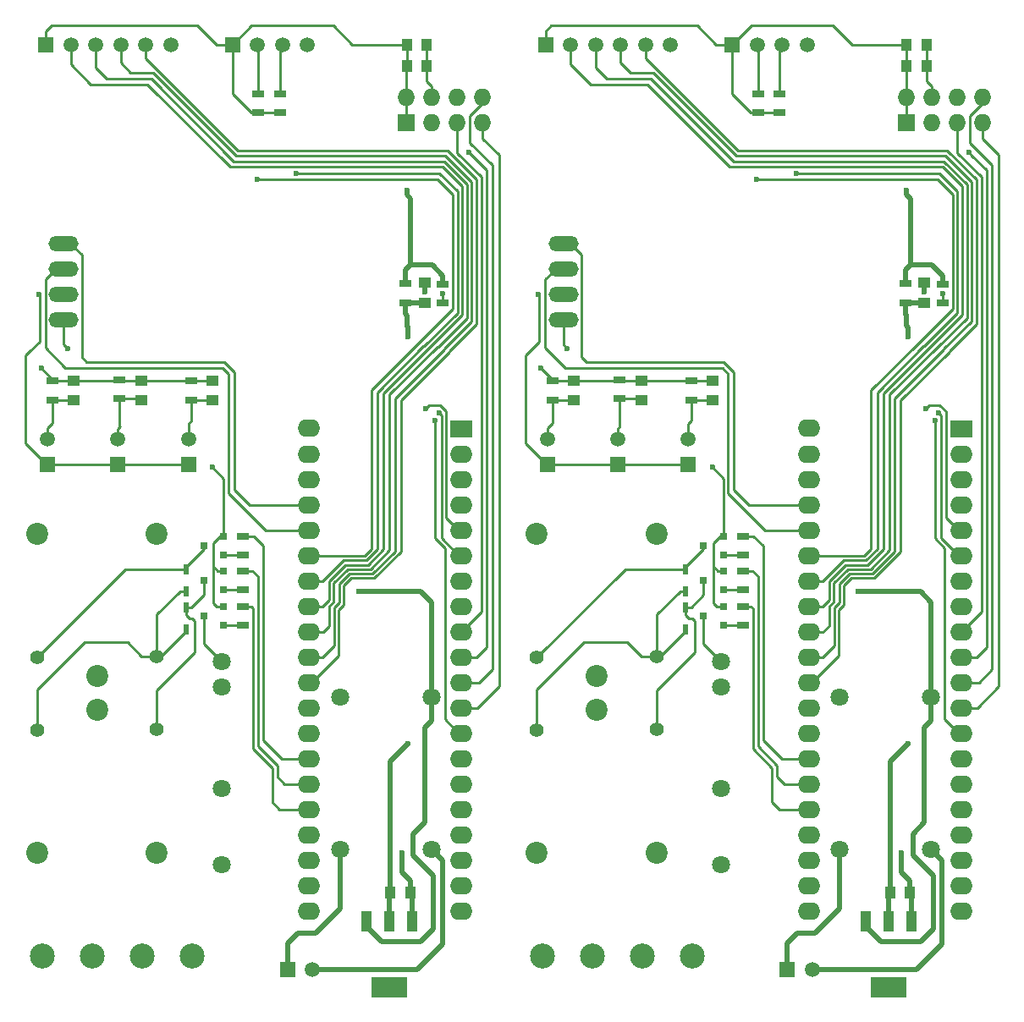
<source format=gtl>
G04 #@! TF.FileFunction,Copper,L1,Top,Signal*
%FSLAX46Y46*%
G04 Gerber Fmt 4.6, Leading zero omitted, Abs format (unit mm)*
G04 Created by KiCad (PCBNEW 4.0.2-stable) date 12/4/2017 4:20:53 PM*
%MOMM*%
G01*
G04 APERTURE LIST*
%ADD10C,0.100000*%
%ADD11R,2.250000X1.727200*%
%ADD12O,2.250000X1.727200*%
%ADD13O,3.000000X1.500000*%
%ADD14C,2.200000*%
%ADD15C,1.400000*%
%ADD16R,0.800100X0.800100*%
%ADD17R,0.599440X1.000760*%
%ADD18R,1.727200X1.727200*%
%ADD19O,1.727200X1.727200*%
%ADD20R,1.250000X1.000000*%
%ADD21R,1.300000X0.700000*%
%ADD22R,1.000000X1.250000*%
%ADD23R,1.500000X1.500000*%
%ADD24C,1.500000*%
%ADD25C,2.500000*%
%ADD26R,3.657600X2.032000*%
%ADD27R,1.016000X2.032000*%
%ADD28C,1.800000*%
%ADD29C,0.600000*%
%ADD30C,0.500000*%
%ADD31C,0.250000*%
G04 APERTURE END LIST*
D10*
D11*
X169900000Y-82649200D03*
D12*
X169900000Y-85189200D03*
X169900000Y-87729200D03*
X169900000Y-90269200D03*
X169900000Y-92809200D03*
X169900000Y-95349200D03*
X169900000Y-97889200D03*
X169900000Y-100429200D03*
X169900000Y-102969200D03*
X169900000Y-105509200D03*
X169900000Y-108049200D03*
X169900000Y-110589200D03*
X169900000Y-113129200D03*
X169900000Y-115669200D03*
X169900000Y-118209200D03*
X169900000Y-120749200D03*
X169900000Y-123289200D03*
X169900000Y-125829200D03*
X169900000Y-128369200D03*
X169900000Y-130909200D03*
X154660000Y-130909200D03*
X154660000Y-128369200D03*
X154660000Y-125829200D03*
X154660000Y-123289200D03*
X154660000Y-120749200D03*
X154660000Y-118209200D03*
X154660000Y-115669200D03*
X154660000Y-113129200D03*
X154660000Y-110589200D03*
X154660000Y-108049200D03*
X154660000Y-105509200D03*
X154660000Y-102969200D03*
X154660000Y-100429200D03*
X154660000Y-97889200D03*
X154660000Y-95349200D03*
X154660000Y-92809200D03*
X154660000Y-90269200D03*
X154660000Y-87729200D03*
X154660000Y-85189200D03*
X154660000Y-82598400D03*
D13*
X130100000Y-71700000D03*
X130100000Y-69160000D03*
X130100000Y-66620000D03*
X130100000Y-64080000D03*
D14*
X139439000Y-93114000D03*
X127439000Y-93114000D03*
D15*
X127439000Y-105514000D03*
X139439000Y-105414000D03*
D14*
X133439000Y-107414000D03*
D16*
X146123760Y-95311000D03*
X146123760Y-93411000D03*
X144124780Y-94361000D03*
D17*
X142329000Y-100500180D03*
X142329000Y-102699820D03*
X142329000Y-96690180D03*
X142329000Y-98889820D03*
D18*
X164396000Y-52011000D03*
D19*
X164396000Y-49471000D03*
X166936000Y-52011000D03*
X166936000Y-49471000D03*
X169476000Y-52011000D03*
X169476000Y-49471000D03*
X172016000Y-52011000D03*
X172016000Y-49471000D03*
D20*
X166205000Y-70027800D03*
X166205000Y-68027800D03*
D21*
X164325400Y-68122800D03*
X164325400Y-70022800D03*
X168033800Y-68178600D03*
X168033800Y-70078600D03*
D22*
X164443000Y-46355000D03*
X166443000Y-46355000D03*
X164443000Y-44196000D03*
X166443000Y-44196000D03*
D23*
X147000000Y-44200000D03*
D24*
X149500000Y-44200000D03*
X152000000Y-44200000D03*
X154500000Y-44200000D03*
D23*
X128312000Y-44196000D03*
D24*
X130812000Y-44196000D03*
X133312000Y-44196000D03*
X135812000Y-44196000D03*
X138312000Y-44196000D03*
X140812000Y-44196000D03*
D21*
X149568000Y-50988000D03*
X149568000Y-49088000D03*
X151727000Y-50988000D03*
X151727000Y-49088000D03*
D25*
X127971000Y-135382000D03*
X132971000Y-135382000D03*
X142971000Y-135382000D03*
X137971000Y-135382000D03*
D23*
X152489000Y-136779000D03*
D24*
X154989000Y-136779000D03*
D26*
X162649000Y-138557000D03*
D27*
X162649000Y-131953000D03*
X160363000Y-131953000D03*
X164935000Y-131953000D03*
D14*
X127439000Y-125072000D03*
X139439000Y-125072000D03*
D15*
X139439000Y-112672000D03*
X127439000Y-112772000D03*
D14*
X133439000Y-110772000D03*
D28*
X166890800Y-124739400D03*
X157746800Y-124739400D03*
X157746800Y-109499400D03*
X166890800Y-109499400D03*
X145885000Y-105918000D03*
X145885000Y-108458000D03*
X145885000Y-126238000D03*
X145885000Y-118618000D03*
D22*
X162792000Y-129032000D03*
X164792000Y-129032000D03*
D21*
X148044000Y-95311000D03*
X148044000Y-93411000D03*
X148044000Y-98740000D03*
X148044000Y-96840000D03*
X148044000Y-102296000D03*
X148044000Y-100396000D03*
D16*
X146123760Y-98740000D03*
X146123760Y-96840000D03*
X144124780Y-97790000D03*
X146123760Y-102296000D03*
X146123760Y-100396000D03*
X144124780Y-101346000D03*
D20*
X145000000Y-79800000D03*
X145000000Y-77800000D03*
D21*
X142900000Y-79750000D03*
X142900000Y-77850000D03*
D20*
X137900000Y-79800000D03*
X137900000Y-77800000D03*
D23*
X142600000Y-86200000D03*
D24*
X142600000Y-83700000D03*
D23*
X128500000Y-86200000D03*
D24*
X128500000Y-83700000D03*
D23*
X135500000Y-86200000D03*
D24*
X135500000Y-83700000D03*
D21*
X135700000Y-79650000D03*
X135700000Y-77750000D03*
X129000000Y-79750000D03*
X129000000Y-77850000D03*
D20*
X131100000Y-79800000D03*
X131100000Y-77800000D03*
D22*
X114443000Y-44196000D03*
X116443000Y-44196000D03*
X114443000Y-46355000D03*
X116443000Y-46355000D03*
D20*
X81100000Y-79800000D03*
X81100000Y-77800000D03*
X87900000Y-79800000D03*
X87900000Y-77800000D03*
X95000000Y-79800000D03*
X95000000Y-77800000D03*
D16*
X96123760Y-102296000D03*
X96123760Y-100396000D03*
X94124780Y-101346000D03*
X96123760Y-98740000D03*
X96123760Y-96840000D03*
X94124780Y-97790000D03*
X96123760Y-95311000D03*
X96123760Y-93411000D03*
X94124780Y-94361000D03*
D21*
X99568000Y-50988000D03*
X99568000Y-49088000D03*
X101727000Y-50988000D03*
X101727000Y-49088000D03*
X79000000Y-79750000D03*
X79000000Y-77850000D03*
X85700000Y-79650000D03*
X85700000Y-77750000D03*
X92900000Y-79750000D03*
X92900000Y-77850000D03*
X98044000Y-102296000D03*
X98044000Y-100396000D03*
X98044000Y-98740000D03*
X98044000Y-96840000D03*
X98044000Y-95311000D03*
X98044000Y-93411000D03*
D22*
X112792000Y-129032000D03*
X114792000Y-129032000D03*
D26*
X112649000Y-138557000D03*
D27*
X112649000Y-131953000D03*
X110363000Y-131953000D03*
X114935000Y-131953000D03*
D17*
X92329000Y-96690180D03*
X92329000Y-98889820D03*
X92329000Y-100500180D03*
X92329000Y-102699820D03*
D20*
X116205000Y-70027800D03*
X116205000Y-68027800D03*
D21*
X118033800Y-68178600D03*
X118033800Y-70078600D03*
X114325400Y-68122800D03*
X114325400Y-70022800D03*
D13*
X80100000Y-71700000D03*
X80100000Y-69160000D03*
X80100000Y-66620000D03*
X80100000Y-64080000D03*
D11*
X119900000Y-82649200D03*
D12*
X119900000Y-85189200D03*
X119900000Y-87729200D03*
X119900000Y-90269200D03*
X119900000Y-92809200D03*
X119900000Y-95349200D03*
X119900000Y-97889200D03*
X119900000Y-100429200D03*
X119900000Y-102969200D03*
X119900000Y-105509200D03*
X119900000Y-108049200D03*
X119900000Y-110589200D03*
X119900000Y-113129200D03*
X119900000Y-115669200D03*
X119900000Y-118209200D03*
X119900000Y-120749200D03*
X119900000Y-123289200D03*
X119900000Y-125829200D03*
X119900000Y-128369200D03*
X119900000Y-130909200D03*
X104660000Y-130909200D03*
X104660000Y-128369200D03*
X104660000Y-125829200D03*
X104660000Y-123289200D03*
X104660000Y-120749200D03*
X104660000Y-118209200D03*
X104660000Y-115669200D03*
X104660000Y-113129200D03*
X104660000Y-110589200D03*
X104660000Y-108049200D03*
X104660000Y-105509200D03*
X104660000Y-102969200D03*
X104660000Y-100429200D03*
X104660000Y-97889200D03*
X104660000Y-95349200D03*
X104660000Y-92809200D03*
X104660000Y-90269200D03*
X104660000Y-87729200D03*
X104660000Y-85189200D03*
X104660000Y-82598400D03*
D23*
X78312000Y-44196000D03*
D24*
X80812000Y-44196000D03*
X83312000Y-44196000D03*
X85812000Y-44196000D03*
X88312000Y-44196000D03*
X90812000Y-44196000D03*
D23*
X97000000Y-44200000D03*
D24*
X99500000Y-44200000D03*
X102000000Y-44200000D03*
X104500000Y-44200000D03*
D18*
X114396000Y-52011000D03*
D19*
X114396000Y-49471000D03*
X116936000Y-52011000D03*
X116936000Y-49471000D03*
X119476000Y-52011000D03*
X119476000Y-49471000D03*
X122016000Y-52011000D03*
X122016000Y-49471000D03*
D28*
X116890800Y-124739400D03*
X107746800Y-124739400D03*
X107746800Y-109499400D03*
X116890800Y-109499400D03*
D23*
X92600000Y-86200000D03*
D24*
X92600000Y-83700000D03*
D23*
X85500000Y-86200000D03*
D24*
X85500000Y-83700000D03*
D23*
X78500000Y-86200000D03*
D24*
X78500000Y-83700000D03*
D23*
X102489000Y-136779000D03*
D24*
X104989000Y-136779000D03*
D28*
X95885000Y-105918000D03*
X95885000Y-108458000D03*
X95885000Y-126238000D03*
X95885000Y-118618000D03*
D14*
X89439000Y-93114000D03*
X77439000Y-93114000D03*
D15*
X77439000Y-105514000D03*
X89439000Y-105414000D03*
D14*
X83439000Y-107414000D03*
X77439000Y-125072000D03*
X89439000Y-125072000D03*
D15*
X89439000Y-112672000D03*
X77439000Y-112772000D03*
D14*
X83439000Y-110772000D03*
D25*
X77971000Y-135382000D03*
X82971000Y-135382000D03*
X92971000Y-135382000D03*
X87971000Y-135382000D03*
D29*
X164554000Y-114173000D03*
X127600000Y-69200000D03*
X164427000Y-58801000D03*
X164808000Y-66268600D03*
X77600000Y-69200000D03*
X114808000Y-66268600D03*
X114554000Y-114173000D03*
X114427000Y-58801000D03*
X163919000Y-125095000D03*
X130500000Y-74600000D03*
X127851000Y-76581000D03*
X145000000Y-86500000D03*
X166205000Y-68961000D03*
X80500000Y-74600000D03*
X116205000Y-68961000D03*
X113919000Y-125095000D03*
X77851000Y-76581000D03*
X95000000Y-86500000D03*
X166357400Y-80594200D03*
X116357400Y-80594200D03*
X167652800Y-81051400D03*
X117652800Y-81051400D03*
X167263140Y-81826302D03*
X117263140Y-81826302D03*
X159601000Y-98933000D03*
X109601000Y-98933000D03*
X168033800Y-69088000D03*
X118033800Y-69088000D03*
X149466400Y-57696100D03*
X99466400Y-57696100D03*
X153365300Y-57061100D03*
X103365300Y-57061100D03*
X170650000Y-54991000D03*
X120650000Y-54991000D03*
X164554000Y-73456800D03*
X114554000Y-73456800D03*
D30*
X164427000Y-58801000D02*
X164427000Y-59225264D01*
X164427000Y-59225264D02*
X164808000Y-59606264D01*
X164808000Y-66268600D02*
X164325400Y-66751200D01*
X165232264Y-66268600D02*
X164808000Y-66268600D01*
X166973800Y-66268600D02*
X165232264Y-66268600D01*
X168033800Y-67328600D02*
X166973800Y-66268600D01*
X168033800Y-68178600D02*
X168033800Y-67328600D01*
X164325400Y-66751200D02*
X164325400Y-68122800D01*
D31*
X128867000Y-42291000D02*
X128312000Y-42846000D01*
X128312000Y-42846000D02*
X128312000Y-44196000D01*
X143472000Y-42291000D02*
X128867000Y-42291000D01*
X126301600Y-84086700D02*
X126301600Y-75300000D01*
X126700000Y-74901600D02*
X126301600Y-75300000D01*
X128414900Y-86200000D02*
X126301600Y-84086700D01*
X126700000Y-74900000D02*
X126700000Y-74901600D01*
X126700000Y-74900000D02*
X127700000Y-73900000D01*
X145381000Y-44200000D02*
X143472000Y-42291000D01*
X147000000Y-44200000D02*
X145381000Y-44200000D01*
X127700000Y-73900000D02*
X127700000Y-69300000D01*
X127700000Y-69300000D02*
X127600000Y-69200000D01*
D30*
X164808000Y-66167000D02*
X164808000Y-66294000D01*
X164808000Y-59606264D02*
X164808000Y-66167000D01*
D31*
X148909000Y-42291000D02*
X147000000Y-44200000D01*
X157061000Y-42291000D02*
X148909000Y-42291000D01*
X164396000Y-49471000D02*
X164396000Y-46402000D01*
X148867000Y-50988000D02*
X147000000Y-49121000D01*
X149568000Y-50988000D02*
X151727000Y-50988000D01*
X147000000Y-49121000D02*
X147000000Y-44200000D01*
X164396000Y-46402000D02*
X164443000Y-46355000D01*
X164443000Y-46355000D02*
X164443000Y-44196000D01*
X158966000Y-44196000D02*
X157061000Y-42291000D01*
X164443000Y-44196000D02*
X158966000Y-44196000D01*
X149568000Y-50988000D02*
X148867000Y-50988000D01*
X164396000Y-49471000D02*
X164396000Y-52011000D01*
X170354600Y-82194600D02*
X169900000Y-82649200D01*
D30*
X162649000Y-131953000D02*
X162649000Y-129175000D01*
X162649000Y-129175000D02*
X162792000Y-129032000D01*
X162792000Y-115935000D02*
X164554000Y-114173000D01*
X162792000Y-129032000D02*
X162792000Y-115935000D01*
D31*
X128500000Y-86200000D02*
X135500000Y-86200000D01*
X128500000Y-86200000D02*
X128414900Y-86200000D01*
X135500000Y-86200000D02*
X142600000Y-86200000D01*
D30*
X112649000Y-131953000D02*
X112649000Y-129175000D01*
X112649000Y-129175000D02*
X112792000Y-129032000D01*
D31*
X76700000Y-74900000D02*
X77700000Y-73900000D01*
X76301600Y-84086700D02*
X76301600Y-75300000D01*
X76700000Y-74900000D02*
X76700000Y-74901600D01*
X76700000Y-74901600D02*
X76301600Y-75300000D01*
X77700000Y-69300000D02*
X77600000Y-69200000D01*
X77700000Y-73900000D02*
X77700000Y-69300000D01*
D30*
X118033800Y-68178600D02*
X118033800Y-67328600D01*
X118033800Y-67328600D02*
X116973800Y-66268600D01*
X116973800Y-66268600D02*
X115232264Y-66268600D01*
X115232264Y-66268600D02*
X114808000Y-66268600D01*
X114808000Y-66268600D02*
X114325400Y-66751200D01*
X114325400Y-66751200D02*
X114325400Y-68122800D01*
D31*
X120354600Y-82194600D02*
X119900000Y-82649200D01*
D30*
X114808000Y-66167000D02*
X114808000Y-66294000D01*
X114808000Y-59606264D02*
X114808000Y-66167000D01*
X114427000Y-58801000D02*
X114427000Y-59225264D01*
X114427000Y-59225264D02*
X114808000Y-59606264D01*
X112792000Y-129032000D02*
X112792000Y-115935000D01*
X112792000Y-115935000D02*
X114554000Y-114173000D01*
D31*
X78500000Y-86200000D02*
X78414900Y-86200000D01*
X78414900Y-86200000D02*
X76301600Y-84086700D01*
X97000000Y-44200000D02*
X95381000Y-44200000D01*
X78312000Y-42846000D02*
X78312000Y-44196000D01*
X78867000Y-42291000D02*
X78312000Y-42846000D01*
X93472000Y-42291000D02*
X78867000Y-42291000D01*
X95381000Y-44200000D02*
X93472000Y-42291000D01*
X99568000Y-50988000D02*
X98867000Y-50988000D01*
X97000000Y-49121000D02*
X97000000Y-44200000D01*
X98867000Y-50988000D02*
X97000000Y-49121000D01*
X114443000Y-44196000D02*
X108966000Y-44196000D01*
X108966000Y-44196000D02*
X107061000Y-42291000D01*
X107061000Y-42291000D02*
X98909000Y-42291000D01*
X98909000Y-42291000D02*
X97000000Y-44200000D01*
X114443000Y-46355000D02*
X114443000Y-44196000D01*
X114396000Y-49471000D02*
X114396000Y-46402000D01*
X114396000Y-46402000D02*
X114443000Y-46355000D01*
X114396000Y-49471000D02*
X114396000Y-52011000D01*
X99568000Y-50988000D02*
X101727000Y-50988000D01*
X85500000Y-86200000D02*
X92600000Y-86200000D01*
X78500000Y-86200000D02*
X85500000Y-86200000D01*
D30*
X166205000Y-68027800D02*
X166205000Y-68961000D01*
D31*
X130100000Y-71700000D02*
X130100000Y-74200000D01*
X166443000Y-44196000D02*
X166443000Y-46355000D01*
X166443000Y-47863000D02*
X166443000Y-46355000D01*
X166936000Y-49471000D02*
X166936000Y-48356000D01*
X166936000Y-48356000D02*
X166443000Y-47863000D01*
X146123760Y-93411000D02*
X146123760Y-87623760D01*
X145534440Y-96840000D02*
X145097600Y-96403160D01*
X146123760Y-96840000D02*
X145534440Y-96840000D01*
X145112840Y-96367600D02*
X145112840Y-100076000D01*
X145112840Y-100076000D02*
X145432840Y-100396000D01*
X145432840Y-100396000D02*
X146123760Y-100396000D01*
X145112840Y-94061280D02*
X145112840Y-96367600D01*
X145763120Y-93411000D02*
X145112840Y-94061280D01*
X146123760Y-93411000D02*
X145763120Y-93411000D01*
X145097600Y-96403160D02*
X145097600Y-96367600D01*
X145097600Y-96367600D02*
X145112840Y-96367600D01*
D30*
X164792000Y-129032000D02*
X164792000Y-127907000D01*
X164792000Y-127907000D02*
X163919000Y-127034000D01*
X164935000Y-129175000D02*
X164792000Y-129032000D01*
X163919000Y-127034000D02*
X163919000Y-125095000D01*
X164935000Y-131953000D02*
X164935000Y-129175000D01*
D31*
X142900000Y-77850000D02*
X137950000Y-77850000D01*
X131100000Y-77800000D02*
X129050000Y-77800000D01*
X131100000Y-77800000D02*
X135650000Y-77800000D01*
X145000000Y-77800000D02*
X142950000Y-77800000D01*
X135750000Y-77800000D02*
X135700000Y-77750000D01*
X135650000Y-77800000D02*
X135700000Y-77750000D01*
X137950000Y-77850000D02*
X137900000Y-77800000D01*
X137900000Y-77800000D02*
X135750000Y-77800000D01*
X142950000Y-77800000D02*
X142900000Y-77850000D01*
X146123760Y-87623760D02*
X145000000Y-86500000D01*
X129050000Y-77800000D02*
X129000000Y-77850000D01*
X129000000Y-77730000D02*
X127851000Y-76581000D01*
X129000000Y-77850000D02*
X129000000Y-77730000D01*
X130100000Y-74200000D02*
X130500000Y-74600000D01*
D30*
X114935000Y-131953000D02*
X114935000Y-129175000D01*
X114935000Y-129175000D02*
X114792000Y-129032000D01*
D31*
X80100000Y-74200000D02*
X80500000Y-74600000D01*
X80100000Y-71700000D02*
X80100000Y-74200000D01*
D30*
X116205000Y-68027800D02*
X116205000Y-68961000D01*
X113919000Y-127034000D02*
X113919000Y-125095000D01*
X114792000Y-129032000D02*
X114792000Y-127907000D01*
X114792000Y-127907000D02*
X113919000Y-127034000D01*
D31*
X79000000Y-77850000D02*
X79000000Y-77730000D01*
X79000000Y-77730000D02*
X77851000Y-76581000D01*
X96123760Y-93411000D02*
X96123760Y-87623760D01*
X96123760Y-87623760D02*
X95000000Y-86500000D01*
X96123760Y-96840000D02*
X95534440Y-96840000D01*
X95097600Y-96367600D02*
X95112840Y-96367600D01*
X95097600Y-96403160D02*
X95097600Y-96367600D01*
X95534440Y-96840000D02*
X95097600Y-96403160D01*
X96123760Y-93411000D02*
X95763120Y-93411000D01*
X95763120Y-93411000D02*
X95112840Y-94061280D01*
X95112840Y-94061280D02*
X95112840Y-96367600D01*
X95112840Y-96367600D02*
X95112840Y-100076000D01*
X95112840Y-100076000D02*
X95432840Y-100396000D01*
X95432840Y-100396000D02*
X96123760Y-100396000D01*
X92900000Y-77850000D02*
X87950000Y-77850000D01*
X87950000Y-77850000D02*
X87900000Y-77800000D01*
X81100000Y-77800000D02*
X85650000Y-77800000D01*
X85650000Y-77800000D02*
X85700000Y-77750000D01*
X116936000Y-49471000D02*
X116936000Y-48356000D01*
X116443000Y-47863000D02*
X116443000Y-46355000D01*
X116936000Y-48356000D02*
X116443000Y-47863000D01*
X116443000Y-44196000D02*
X116443000Y-46355000D01*
X81100000Y-77800000D02*
X79050000Y-77800000D01*
X79050000Y-77800000D02*
X79000000Y-77850000D01*
X87900000Y-77800000D02*
X85750000Y-77800000D01*
X85750000Y-77800000D02*
X85700000Y-77750000D01*
X95000000Y-77800000D02*
X92950000Y-77800000D01*
X92950000Y-77800000D02*
X92900000Y-77850000D01*
X168359512Y-81330800D02*
X168359512Y-91530112D01*
X166687600Y-80264000D02*
X166357400Y-80594200D01*
X167754400Y-80264000D02*
X166687600Y-80264000D01*
X168359512Y-80869112D02*
X167754400Y-80264000D01*
X169638600Y-92809200D02*
X169900000Y-92809200D01*
X168359512Y-91530112D02*
X169638600Y-92809200D01*
X168359512Y-81330800D02*
X168359512Y-80869112D01*
X128500000Y-82536000D02*
X128500000Y-83700000D01*
X129000000Y-79750000D02*
X129000000Y-82036000D01*
X129000000Y-82036000D02*
X128500000Y-82536000D01*
X131050000Y-79750000D02*
X131100000Y-79800000D01*
X129000000Y-79750000D02*
X131050000Y-79750000D01*
X118359512Y-81330800D02*
X118359512Y-80869112D01*
X118359512Y-80869112D02*
X117754400Y-80264000D01*
X117754400Y-80264000D02*
X116687600Y-80264000D01*
X116687600Y-80264000D02*
X116357400Y-80594200D01*
X118359512Y-81330800D02*
X118359512Y-91530112D01*
X119638600Y-92809200D02*
X119900000Y-92809200D01*
X118359512Y-91530112D02*
X119638600Y-92809200D01*
X79000000Y-79750000D02*
X81050000Y-79750000D01*
X81050000Y-79750000D02*
X81100000Y-79800000D01*
X79000000Y-82036000D02*
X78500000Y-82536000D01*
X78500000Y-82536000D02*
X78500000Y-83700000D01*
X79000000Y-79750000D02*
X79000000Y-82036000D01*
X167909501Y-93620101D02*
X167909501Y-81762600D01*
X167909501Y-81308101D02*
X167652800Y-81051400D01*
X169638600Y-95349200D02*
X167909501Y-93620101D01*
X169900000Y-95349200D02*
X169638600Y-95349200D01*
X167909501Y-81762600D02*
X167909501Y-81308101D01*
X135500000Y-83700000D02*
X135500000Y-82639340D01*
X135700000Y-79650000D02*
X137750000Y-79650000D01*
X137750000Y-79650000D02*
X137900000Y-79800000D01*
X135700000Y-82389340D02*
X135700000Y-79650000D01*
X135725000Y-82414340D02*
X135700000Y-82389340D01*
X135500000Y-82639340D02*
X135725000Y-82414340D01*
X117909501Y-93620101D02*
X117909501Y-81762600D01*
X117909501Y-81762600D02*
X117909501Y-81308101D01*
X117909501Y-81308101D02*
X117652800Y-81051400D01*
X119638600Y-95349200D02*
X117909501Y-93620101D01*
X119900000Y-95349200D02*
X119638600Y-95349200D01*
X85725000Y-82414340D02*
X85700000Y-82389340D01*
X85700000Y-82389340D02*
X85700000Y-79650000D01*
X85500000Y-83700000D02*
X85500000Y-82639340D01*
X85500000Y-82639340D02*
X85725000Y-82414340D01*
X85700000Y-79650000D02*
X87750000Y-79650000D01*
X87750000Y-79650000D02*
X87900000Y-79800000D01*
X167263140Y-93610150D02*
X167263140Y-82250566D01*
X168237000Y-94584010D02*
X167263140Y-93610150D01*
X167263140Y-82250566D02*
X167263140Y-81826302D01*
X168237000Y-111727600D02*
X168237000Y-94584010D01*
X169900000Y-113129200D02*
X169638600Y-113129200D01*
X169638600Y-113129200D02*
X168237000Y-111727600D01*
X142900000Y-79750000D02*
X144950000Y-79750000D01*
X144950000Y-79750000D02*
X145000000Y-79800000D01*
X142900000Y-81852000D02*
X142900000Y-79750000D01*
X142600000Y-82152000D02*
X142900000Y-81852000D01*
X142600000Y-83700000D02*
X142600000Y-82152000D01*
X117263140Y-82250566D02*
X117263140Y-81826302D01*
X117263140Y-93610150D02*
X117263140Y-82250566D01*
X118237000Y-111727600D02*
X118237000Y-94584010D01*
X119638600Y-113129200D02*
X118237000Y-111727600D01*
X119900000Y-113129200D02*
X119638600Y-113129200D01*
X118237000Y-94584010D02*
X117263140Y-93610150D01*
X92900000Y-79750000D02*
X94950000Y-79750000D01*
X94950000Y-79750000D02*
X95000000Y-79800000D01*
X92600000Y-82152000D02*
X92900000Y-81852000D01*
X92900000Y-81852000D02*
X92900000Y-79750000D01*
X92600000Y-83700000D02*
X92600000Y-82152000D01*
X143218000Y-105029000D02*
X139439000Y-108808000D01*
X139439000Y-108808000D02*
X139439000Y-112672000D01*
X144124780Y-98440050D02*
X144124780Y-97790000D01*
X142329000Y-100500180D02*
X142329000Y-101250560D01*
X142878720Y-100500180D02*
X144124780Y-99254120D01*
X144124780Y-99254120D02*
X144124780Y-98440050D01*
X142329000Y-100500180D02*
X142878720Y-100500180D01*
X143218000Y-101854000D02*
X143218000Y-105029000D01*
X142329000Y-101250560D02*
X142678440Y-101600000D01*
X142678440Y-101600000D02*
X142964000Y-101600000D01*
X142964000Y-101600000D02*
X143218000Y-101854000D01*
X92329000Y-100500180D02*
X92329000Y-101250560D01*
X92329000Y-101250560D02*
X92678440Y-101600000D01*
X92678440Y-101600000D02*
X92964000Y-101600000D01*
X92964000Y-101600000D02*
X93218000Y-101854000D01*
X93218000Y-105029000D02*
X89439000Y-108808000D01*
X93218000Y-101854000D02*
X93218000Y-105029000D01*
X89439000Y-108808000D02*
X89439000Y-112672000D01*
X92329000Y-100500180D02*
X92878720Y-100500180D01*
X94124780Y-99254120D02*
X94124780Y-98440050D01*
X92878720Y-100500180D02*
X94124780Y-99254120D01*
X94124780Y-98440050D02*
X94124780Y-97790000D01*
D30*
X159601000Y-98933000D02*
X165824000Y-98933000D01*
X166890800Y-99999800D02*
X166890800Y-102870000D01*
X166890800Y-102870000D02*
X166890800Y-109499400D01*
X165824000Y-98933000D02*
X166890800Y-99999800D01*
X166890800Y-109499400D02*
X166890800Y-111836200D01*
D31*
X142329000Y-102900480D02*
X139815480Y-105414000D01*
X139815480Y-105414000D02*
X139439000Y-105414000D01*
X139439000Y-104424051D02*
X139439000Y-105414000D01*
X127439000Y-108743000D02*
X127439000Y-112772000D01*
X139439000Y-105414000D02*
X137888000Y-105414000D01*
X132169000Y-104013000D02*
X127439000Y-108743000D01*
X136487000Y-104013000D02*
X132169000Y-104013000D01*
X137888000Y-105414000D02*
X136487000Y-104013000D01*
X139439000Y-101230100D02*
X139439000Y-104424051D01*
X142329000Y-98889820D02*
X141779280Y-98889820D01*
X141779280Y-98889820D02*
X139439000Y-101230100D01*
X142329000Y-102699820D02*
X142329000Y-102900480D01*
D30*
X167094000Y-132715000D02*
X167094000Y-127381000D01*
X166890800Y-111836200D02*
X166205000Y-112522000D01*
X166205000Y-112522000D02*
X166205000Y-122047000D01*
X165062000Y-125349000D02*
X165062000Y-123190000D01*
X167094000Y-127381000D02*
X165062000Y-125349000D01*
X165062000Y-123190000D02*
X166205000Y-122047000D01*
X165824000Y-133985000D02*
X167094000Y-132715000D01*
X160363000Y-131953000D02*
X160363000Y-132461000D01*
X160363000Y-132461000D02*
X161887000Y-133985000D01*
X161887000Y-133985000D02*
X165824000Y-133985000D01*
X115062000Y-123190000D02*
X116205000Y-122047000D01*
X116205000Y-112522000D02*
X116205000Y-122047000D01*
X116890800Y-111836200D02*
X116205000Y-112522000D01*
X116890800Y-109499400D02*
X116890800Y-111836200D01*
X110363000Y-131953000D02*
X110363000Y-132461000D01*
X110363000Y-132461000D02*
X111887000Y-133985000D01*
X111887000Y-133985000D02*
X115824000Y-133985000D01*
X117094000Y-132715000D02*
X117094000Y-127381000D01*
X115824000Y-133985000D02*
X117094000Y-132715000D01*
X117094000Y-127381000D02*
X115062000Y-125349000D01*
X115062000Y-125349000D02*
X115062000Y-123190000D01*
X109601000Y-98933000D02*
X115824000Y-98933000D01*
X115824000Y-98933000D02*
X116890800Y-99999800D01*
X116890800Y-102870000D02*
X116890800Y-109499400D01*
X116890800Y-99999800D02*
X116890800Y-102870000D01*
D31*
X82169000Y-104013000D02*
X77439000Y-108743000D01*
X89439000Y-105414000D02*
X87888000Y-105414000D01*
X87888000Y-105414000D02*
X86487000Y-104013000D01*
X86487000Y-104013000D02*
X82169000Y-104013000D01*
X77439000Y-108743000D02*
X77439000Y-112772000D01*
X92329000Y-98889820D02*
X91779280Y-98889820D01*
X89439000Y-104424051D02*
X89439000Y-105414000D01*
X89439000Y-101230100D02*
X89439000Y-104424051D01*
X91779280Y-98889820D02*
X89439000Y-101230100D01*
X92329000Y-102699820D02*
X92329000Y-102900480D01*
X92329000Y-102900480D02*
X89815480Y-105414000D01*
X89815480Y-105414000D02*
X89439000Y-105414000D01*
X136262820Y-96690180D02*
X127439000Y-105514000D01*
X142329000Y-96690180D02*
X136262820Y-96690180D01*
X144124780Y-94693740D02*
X144124780Y-94361000D01*
X142329000Y-96690180D02*
X142329000Y-96489520D01*
X142329000Y-96489520D02*
X144124780Y-94693740D01*
X92329000Y-96690180D02*
X92329000Y-96489520D01*
X92329000Y-96489520D02*
X94124780Y-94693740D01*
X94124780Y-94693740D02*
X94124780Y-94361000D01*
X92329000Y-96690180D02*
X86262820Y-96690180D01*
X86262820Y-96690180D02*
X77439000Y-105514000D01*
D30*
X157746800Y-124739400D02*
X157746800Y-130632200D01*
X153505000Y-133096000D02*
X152489000Y-134112000D01*
X157746800Y-130632200D02*
X155283000Y-133096000D01*
X155283000Y-133096000D02*
X153505000Y-133096000D01*
X152489000Y-134112000D02*
X152489000Y-136779000D01*
X103505000Y-133096000D02*
X102489000Y-134112000D01*
X102489000Y-134112000D02*
X102489000Y-136779000D01*
X105283000Y-133096000D02*
X103505000Y-133096000D01*
X107746800Y-130632200D02*
X105283000Y-133096000D01*
X107746800Y-124739400D02*
X107746800Y-130632200D01*
X167983000Y-125831600D02*
X166890800Y-124739400D01*
X165443000Y-136779000D02*
X167983000Y-134239000D01*
X167983000Y-134239000D02*
X167983000Y-125831600D01*
X154989000Y-136779000D02*
X165443000Y-136779000D01*
X117983000Y-134239000D02*
X117983000Y-125831600D01*
X117983000Y-125831600D02*
X116890800Y-124739400D01*
X115443000Y-136779000D02*
X117983000Y-134239000D01*
X104989000Y-136779000D02*
X115443000Y-136779000D01*
D31*
X130100000Y-64080000D02*
X130780000Y-64080000D01*
X130780000Y-64080000D02*
X131925010Y-65225010D01*
X131925010Y-65225010D02*
X131925010Y-75483710D01*
X148702000Y-90269200D02*
X147167700Y-88734900D01*
X154660000Y-90269200D02*
X148702000Y-90269200D01*
X147167700Y-76962000D02*
X146164400Y-75958700D01*
X146164400Y-75958700D02*
X132400000Y-75958700D01*
X147167700Y-88734900D02*
X147167700Y-76962000D01*
X131925010Y-75483710D02*
X132400000Y-75958700D01*
X96164400Y-75958700D02*
X82400000Y-75958700D01*
X80100000Y-64080000D02*
X80780000Y-64080000D01*
X80780000Y-64080000D02*
X81925010Y-65225010D01*
X81925010Y-65225010D02*
X81925010Y-75483710D01*
X81925010Y-75483710D02*
X82400000Y-75958700D01*
X104660000Y-90269200D02*
X98702000Y-90269200D01*
X97167700Y-76962000D02*
X96164400Y-75958700D01*
X97167700Y-88734900D02*
X97167700Y-76962000D01*
X98702000Y-90269200D02*
X97167700Y-88734900D01*
X128274990Y-67695010D02*
X129350000Y-66620000D01*
X129350000Y-66620000D02*
X130100000Y-66620000D01*
X128274990Y-74566590D02*
X128274990Y-67695010D01*
X146583500Y-89077800D02*
X146583500Y-77114400D01*
X150314900Y-92809200D02*
X146583500Y-89077800D01*
X154660000Y-92809200D02*
X150314900Y-92809200D01*
X146583500Y-77114400D02*
X146037400Y-76568300D01*
X146037400Y-76568300D02*
X130276700Y-76568300D01*
X130276700Y-76568300D02*
X128274990Y-74566590D01*
X104660000Y-92809200D02*
X100314900Y-92809200D01*
X100314900Y-92809200D02*
X96583500Y-89077800D01*
X96037400Y-76568300D02*
X80276700Y-76568300D01*
X79350000Y-66620000D02*
X80100000Y-66620000D01*
X96583500Y-89077800D02*
X96583500Y-77114400D01*
X96583500Y-77114400D02*
X96037400Y-76568300D01*
X78274990Y-67695010D02*
X79350000Y-66620000D01*
X80276700Y-76568300D02*
X78274990Y-74566590D01*
X78274990Y-74566590D02*
X78274990Y-67695010D01*
X168033800Y-69088000D02*
X168033800Y-70078600D01*
X118033800Y-69088000D02*
X118033800Y-70078600D01*
X160896400Y-78778100D02*
X165506500Y-74168000D01*
X165506500Y-74168000D02*
X165506500Y-74155300D01*
X165506500Y-74155300D02*
X169049800Y-70612000D01*
X169049800Y-59207400D02*
X167538500Y-57696100D01*
X169049800Y-70612000D02*
X169049800Y-59207400D01*
X149568000Y-44268000D02*
X149500000Y-44200000D01*
X149568000Y-49088000D02*
X149568000Y-44268000D01*
X167538500Y-57696100D02*
X164528600Y-57696100D01*
X164528600Y-57696100D02*
X149466400Y-57696100D01*
X160896400Y-94640400D02*
X160896400Y-78778100D01*
X160187600Y-95349200D02*
X160896400Y-94640400D01*
X154660000Y-95349200D02*
X160187600Y-95349200D01*
X119049800Y-59207400D02*
X117538500Y-57696100D01*
X117538500Y-57696100D02*
X114528600Y-57696100D01*
X119049800Y-70612000D02*
X119049800Y-59207400D01*
X115506500Y-74155300D02*
X119049800Y-70612000D01*
X115506500Y-74168000D02*
X115506500Y-74155300D01*
X104660000Y-95349200D02*
X110187600Y-95349200D01*
X110187600Y-95349200D02*
X110896400Y-94640400D01*
X110896400Y-94640400D02*
X110896400Y-78778100D01*
X110896400Y-78778100D02*
X115506500Y-74168000D01*
X114528600Y-57696100D02*
X99466400Y-57696100D01*
X99568000Y-49088000D02*
X99568000Y-44268000D01*
X99568000Y-44268000D02*
X99500000Y-44200000D01*
X166154200Y-74396600D02*
X169507000Y-71043800D01*
X169507000Y-58877200D02*
X167690900Y-57061100D01*
X169507000Y-71043800D02*
X169507000Y-58877200D01*
X151727000Y-44473000D02*
X152000000Y-44200000D01*
X151727000Y-49088000D02*
X151727000Y-44473000D01*
X167690900Y-57061100D02*
X164579400Y-57061100D01*
X164579400Y-57061100D02*
X153365300Y-57061100D01*
X161518700Y-94654510D02*
X161518700Y-78981300D01*
X166103400Y-74396600D02*
X166154200Y-74396600D01*
X161518700Y-78981300D02*
X166103400Y-74396600D01*
X158124990Y-95799210D02*
X160374001Y-95799209D01*
X156035000Y-97889200D02*
X158124990Y-95799210D01*
X154660000Y-97889200D02*
X156035000Y-97889200D01*
X160374001Y-95799209D02*
X161518700Y-94654510D01*
X114579400Y-57061100D02*
X103365300Y-57061100D01*
X119507000Y-58877200D02*
X117690900Y-57061100D01*
X117690900Y-57061100D02*
X114579400Y-57061100D01*
X119507000Y-71043800D02*
X119507000Y-58877200D01*
X116154200Y-74396600D02*
X119507000Y-71043800D01*
X111518700Y-78981300D02*
X116103400Y-74396600D01*
X116103400Y-74396600D02*
X116154200Y-74396600D01*
X104660000Y-97889200D02*
X106035000Y-97889200D01*
X106035000Y-97889200D02*
X108124990Y-95799210D01*
X108124990Y-95799210D02*
X110374001Y-95799209D01*
X110374001Y-95799209D02*
X111518700Y-94654510D01*
X111518700Y-94654510D02*
X111518700Y-78981300D01*
X101727000Y-49088000D02*
X101727000Y-44473000D01*
X101727000Y-44473000D02*
X102000000Y-44200000D01*
X168694200Y-74904600D02*
X171437400Y-72161400D01*
X171437400Y-72161400D02*
X171437400Y-57708800D01*
X138312000Y-45551100D02*
X138312000Y-44196000D01*
X147548700Y-54787800D02*
X138312000Y-45551100D01*
X168516400Y-54787800D02*
X165976400Y-54787800D01*
X171437400Y-57708800D02*
X168516400Y-54787800D01*
X165976400Y-54787800D02*
X154063800Y-54787800D01*
X154063800Y-54787800D02*
X147548700Y-54787800D01*
X154063800Y-54787800D02*
X154025700Y-54787800D01*
X163842800Y-94948020D02*
X163842800Y-79781400D01*
X163842800Y-79781400D02*
X168694200Y-74930000D01*
X168694200Y-74930000D02*
X168694200Y-74904600D01*
X157638010Y-105332590D02*
X157638010Y-100735420D01*
X158146010Y-100227420D02*
X158146010Y-98358810D01*
X157638010Y-100735420D02*
X158146010Y-100227420D01*
X158146010Y-98358810D02*
X158905574Y-97599246D01*
X154921400Y-108049200D02*
X157638010Y-105332590D01*
X154660000Y-108049200D02*
X154921400Y-108049200D01*
X161191574Y-97599246D02*
X163842800Y-94948020D01*
X158905574Y-97599246D02*
X161191574Y-97599246D01*
X115976400Y-54787800D02*
X104063800Y-54787800D01*
X118516400Y-54787800D02*
X115976400Y-54787800D01*
X121437400Y-57708800D02*
X118516400Y-54787800D01*
X121437400Y-72161400D02*
X121437400Y-57708800D01*
X118694200Y-74904600D02*
X121437400Y-72161400D01*
X118694200Y-74930000D02*
X118694200Y-74904600D01*
X104660000Y-108049200D02*
X104921400Y-108049200D01*
X104921400Y-108049200D02*
X107638010Y-105332590D01*
X107638010Y-105332590D02*
X107638010Y-100735420D01*
X107638010Y-100735420D02*
X108146010Y-100227420D01*
X108146010Y-100227420D02*
X108146010Y-98358810D01*
X108146010Y-98358810D02*
X108905574Y-97599246D01*
X108905574Y-97599246D02*
X111191574Y-97599246D01*
X111191574Y-97599246D02*
X113842800Y-94948020D01*
X113842800Y-94948020D02*
X113842800Y-79781400D01*
X113842800Y-79781400D02*
X118694200Y-74930000D01*
X104063800Y-54787800D02*
X97548700Y-54787800D01*
X88312000Y-45551100D02*
X88312000Y-44196000D01*
X97548700Y-54787800D02*
X88312000Y-45551100D01*
X104063800Y-54787800D02*
X104025700Y-54787800D01*
X168160800Y-74650600D02*
X170929400Y-71882000D01*
X170929400Y-71882000D02*
X170929400Y-57937400D01*
X135812000Y-46035600D02*
X135812000Y-44196000D01*
X136791800Y-47015400D02*
X135812000Y-46035600D01*
X139065100Y-47015400D02*
X136791800Y-47015400D01*
X147358200Y-55308500D02*
X139065100Y-47015400D01*
X170929400Y-57937400D02*
X168300500Y-55308500D01*
X168300500Y-55308500D02*
X147358200Y-55308500D01*
X163258600Y-94895810D02*
X163258600Y-79578200D01*
X168160800Y-74676000D02*
X168160800Y-74650600D01*
X163258600Y-79578200D02*
X168160800Y-74676000D01*
X157188000Y-104356200D02*
X157188000Y-100549020D01*
X157696000Y-100041020D02*
X157696000Y-98172410D01*
X157188000Y-100549020D02*
X157696000Y-100041020D01*
X158719172Y-97149238D02*
X161005173Y-97149237D01*
X157696000Y-98172410D02*
X158719172Y-97149238D01*
X156035000Y-105509200D02*
X157188000Y-104356200D01*
X154660000Y-105509200D02*
X156035000Y-105509200D01*
X161005173Y-97149237D02*
X163258600Y-94895810D01*
X104660000Y-105509200D02*
X106035000Y-105509200D01*
X107696000Y-98172410D02*
X108719172Y-97149238D01*
X106035000Y-105509200D02*
X107188000Y-104356200D01*
X118300500Y-55308500D02*
X97358200Y-55308500D01*
X113258600Y-79578200D02*
X118160800Y-74676000D01*
X111005173Y-97149237D02*
X113258600Y-94895810D01*
X107188000Y-104356200D02*
X107188000Y-100549020D01*
X107188000Y-100549020D02*
X107696000Y-100041020D01*
X108719172Y-97149238D02*
X111005173Y-97149237D01*
X107696000Y-100041020D02*
X107696000Y-98172410D01*
X113258600Y-94895810D02*
X113258600Y-79578200D01*
X118160800Y-74676000D02*
X118160800Y-74650600D01*
X118160800Y-74650600D02*
X120929400Y-71882000D01*
X120929400Y-71882000D02*
X120929400Y-57937400D01*
X120929400Y-57937400D02*
X118300500Y-55308500D01*
X97358200Y-55308500D02*
X89065100Y-47015400D01*
X89065100Y-47015400D02*
X86791800Y-47015400D01*
X86791800Y-47015400D02*
X85812000Y-46035600D01*
X85812000Y-46035600D02*
X85812000Y-44196000D01*
X167576600Y-74422000D02*
X170472200Y-71526400D01*
X170472200Y-71526400D02*
X170472200Y-58191400D01*
X133312000Y-46545500D02*
X133312000Y-44196000D01*
X134404200Y-47637700D02*
X133312000Y-46545500D01*
X138874600Y-47637700D02*
X134404200Y-47637700D01*
X147116900Y-55880000D02*
X138874600Y-47637700D01*
X170472200Y-58191400D02*
X168160800Y-55880000D01*
X168160800Y-55880000D02*
X147116900Y-55880000D01*
X162712500Y-94805500D02*
X162712500Y-79222600D01*
X167513100Y-74422000D02*
X167576600Y-74422000D01*
X162712500Y-79222600D02*
X167513100Y-74422000D01*
X156072800Y-102969200D02*
X156680000Y-102362000D01*
X154660000Y-102969200D02*
X156072800Y-102969200D01*
X156680000Y-102362000D02*
X156680000Y-100420610D01*
X157130010Y-99970600D02*
X157130010Y-98101990D01*
X156680000Y-100420610D02*
X157130010Y-99970600D01*
X158532772Y-96699228D02*
X160818772Y-96699228D01*
X157130010Y-98101990D02*
X158532772Y-96699228D01*
X160818772Y-96699228D02*
X162712500Y-94805500D01*
X106072800Y-102969200D02*
X106680000Y-102362000D01*
X104660000Y-102969200D02*
X106072800Y-102969200D01*
X120472200Y-71526400D02*
X120472200Y-58191400D01*
X106680000Y-102362000D02*
X106680000Y-100420610D01*
X106680000Y-100420610D02*
X107130010Y-99970600D01*
X108532772Y-96699228D02*
X110818772Y-96699228D01*
X107130010Y-99970600D02*
X107130010Y-98101990D01*
X110818772Y-96699228D02*
X112712500Y-94805500D01*
X107130010Y-98101990D02*
X108532772Y-96699228D01*
X120472200Y-58191400D02*
X118160800Y-55880000D01*
X112712500Y-94805500D02*
X112712500Y-79222600D01*
X112712500Y-79222600D02*
X117513100Y-74422000D01*
X117513100Y-74422000D02*
X117576600Y-74422000D01*
X117576600Y-74422000D02*
X120472200Y-71526400D01*
X118160800Y-55880000D02*
X97116900Y-55880000D01*
X97116900Y-55880000D02*
X88874600Y-47637700D01*
X88874600Y-47637700D02*
X84404200Y-47637700D01*
X84404200Y-47637700D02*
X83312000Y-46545500D01*
X83312000Y-46545500D02*
X83312000Y-44196000D01*
X162128300Y-79108300D02*
X169989600Y-71247000D01*
X169989600Y-71247000D02*
X169989600Y-58394600D01*
X130812000Y-46166400D02*
X130812000Y-44196000D01*
X132804000Y-48158400D02*
X130812000Y-46166400D01*
X138480900Y-48158400D02*
X132804000Y-48158400D01*
X146748600Y-56426100D02*
X138480900Y-48158400D01*
X169989600Y-58394600D02*
X168021100Y-56426100D01*
X168021100Y-56426100D02*
X146748600Y-56426100D01*
X162128300Y-94681320D02*
X162128300Y-79108300D01*
X154660000Y-100429200D02*
X156035000Y-100429200D01*
X156680000Y-99784200D02*
X156680000Y-97880610D01*
X156035000Y-100429200D02*
X156680000Y-99784200D01*
X158311392Y-96249218D02*
X160560402Y-96249218D01*
X156680000Y-97880610D02*
X158311392Y-96249218D01*
X160560402Y-96249218D02*
X162128300Y-94681320D01*
X104660000Y-100429200D02*
X106035000Y-100429200D01*
X106035000Y-100429200D02*
X106680000Y-99784200D01*
X106680000Y-99784200D02*
X106680000Y-97880610D01*
X106680000Y-97880610D02*
X108311392Y-96249218D01*
X118021100Y-56426100D02*
X96748600Y-56426100D01*
X108311392Y-96249218D02*
X110560402Y-96249218D01*
X119989600Y-58394600D02*
X118021100Y-56426100D01*
X110560402Y-96249218D02*
X112128300Y-94681320D01*
X112128300Y-94681320D02*
X112128300Y-79108300D01*
X112128300Y-79108300D02*
X119989600Y-71247000D01*
X119989600Y-71247000D02*
X119989600Y-58394600D01*
X82804000Y-48158400D02*
X80812000Y-46166400D01*
X96748600Y-56426100D02*
X88480900Y-48158400D01*
X88480900Y-48158400D02*
X82804000Y-48158400D01*
X80812000Y-46166400D02*
X80812000Y-44196000D01*
X148044000Y-102296000D02*
X146123760Y-102296000D01*
X98044000Y-102296000D02*
X96123760Y-102296000D01*
X144124780Y-104157780D02*
X144124780Y-101346000D01*
X145885000Y-105918000D02*
X144124780Y-104157780D01*
X95885000Y-105918000D02*
X94124780Y-104157780D01*
X94124780Y-104157780D02*
X94124780Y-101346000D01*
X148044000Y-98740000D02*
X146123760Y-98740000D01*
X98044000Y-98740000D02*
X96123760Y-98740000D01*
X148044000Y-95311000D02*
X146123760Y-95311000D01*
X98044000Y-95311000D02*
X96123760Y-95311000D01*
X149060000Y-100584000D02*
X149060000Y-114681000D01*
X148872000Y-100396000D02*
X149060000Y-100584000D01*
X148044000Y-100396000D02*
X148872000Y-100396000D01*
X151699200Y-120749200D02*
X154660000Y-120749200D01*
X150965000Y-116586000D02*
X150965000Y-120015000D01*
X150965000Y-120015000D02*
X151699200Y-120749200D01*
X149060000Y-114681000D02*
X150965000Y-116586000D01*
X98044000Y-100396000D02*
X98872000Y-100396000D01*
X101699200Y-120749200D02*
X104660000Y-120749200D01*
X100965000Y-120015000D02*
X101699200Y-120749200D01*
X100965000Y-116586000D02*
X100965000Y-120015000D01*
X99060000Y-114681000D02*
X100965000Y-116586000D01*
X99060000Y-100584000D02*
X99060000Y-114681000D01*
X98872000Y-100396000D02*
X99060000Y-100584000D01*
X149568000Y-97409000D02*
X148999000Y-96840000D01*
X149568000Y-114427000D02*
X149568000Y-97409000D01*
X148999000Y-96840000D02*
X148044000Y-96840000D01*
X154660000Y-118209200D02*
X152207200Y-118209200D01*
X151473000Y-116332000D02*
X149568000Y-114427000D01*
X151473000Y-117475000D02*
X151473000Y-116332000D01*
X152207200Y-118209200D02*
X151473000Y-117475000D01*
X104660000Y-118209200D02*
X102207200Y-118209200D01*
X98999000Y-96840000D02*
X98044000Y-96840000D01*
X99568000Y-97409000D02*
X98999000Y-96840000D01*
X99568000Y-114427000D02*
X99568000Y-97409000D01*
X101473000Y-116332000D02*
X99568000Y-114427000D01*
X101473000Y-117475000D02*
X101473000Y-116332000D01*
X102207200Y-118209200D02*
X101473000Y-117475000D01*
X150076000Y-113792000D02*
X150076000Y-94361000D01*
X150076000Y-94361000D02*
X149126000Y-93411000D01*
X149126000Y-93411000D02*
X148044000Y-93411000D01*
X154660000Y-115669200D02*
X151953200Y-115669200D01*
X151953200Y-115669200D02*
X150076000Y-113792000D01*
X104660000Y-115669200D02*
X101953200Y-115669200D01*
X99126000Y-93411000D02*
X98044000Y-93411000D01*
X100076000Y-94361000D02*
X99126000Y-93411000D01*
X100076000Y-113792000D02*
X100076000Y-94361000D01*
X101953200Y-115669200D02*
X100076000Y-113792000D01*
X172428000Y-104521000D02*
X172428000Y-56769000D01*
X172428000Y-56769000D02*
X170949999Y-55290999D01*
X170949999Y-55290999D02*
X170650000Y-54991000D01*
X171439800Y-105509200D02*
X172428000Y-104521000D01*
X169900000Y-105509200D02*
X171439800Y-105509200D01*
X119900000Y-105509200D02*
X121439800Y-105509200D01*
X121439800Y-105509200D02*
X122428000Y-104521000D01*
X122428000Y-104521000D02*
X122428000Y-56769000D01*
X120949999Y-55290999D02*
X120650000Y-54991000D01*
X122428000Y-56769000D02*
X120949999Y-55290999D01*
X171920000Y-100949200D02*
X171920000Y-57460400D01*
X171920000Y-57460400D02*
X169476000Y-55016400D01*
X169476000Y-55016400D02*
X169476000Y-52011000D01*
X169900000Y-102969200D02*
X171920000Y-100949200D01*
X119900000Y-102969200D02*
X121920000Y-100949200D01*
X121920000Y-100949200D02*
X121920000Y-57460400D01*
X121920000Y-57460400D02*
X119476000Y-55016400D01*
X119476000Y-55016400D02*
X119476000Y-52011000D01*
X173672600Y-108432600D02*
X173672600Y-55250600D01*
X173672600Y-55250600D02*
X172016000Y-53594000D01*
X172016000Y-53594000D02*
X172016000Y-52011000D01*
X169900000Y-110589200D02*
X171516000Y-110589200D01*
X171516000Y-110589200D02*
X173672600Y-108432600D01*
X119900000Y-110589200D02*
X121516000Y-110589200D01*
X121516000Y-110589200D02*
X123672600Y-108432600D01*
X123672600Y-108432600D02*
X123672600Y-55250600D01*
X123672600Y-55250600D02*
X122016000Y-53594000D01*
X122016000Y-53594000D02*
X122016000Y-52011000D01*
X172986800Y-106730800D02*
X172986800Y-56235600D01*
X172986800Y-56235600D02*
X170751600Y-54000400D01*
X172016000Y-50094400D02*
X172016000Y-49471000D01*
X170751600Y-54000400D02*
X170751600Y-51358800D01*
X170751600Y-51358800D02*
X172016000Y-50094400D01*
X171668400Y-108049200D02*
X172986800Y-106730800D01*
X169900000Y-108049200D02*
X171668400Y-108049200D01*
X119900000Y-108049200D02*
X121668400Y-108049200D01*
X121668400Y-108049200D02*
X122986800Y-106730800D01*
X122986800Y-106730800D02*
X122986800Y-56235600D01*
X122986800Y-56235600D02*
X120751600Y-54000400D01*
X120751600Y-54000400D02*
X120751600Y-51358800D01*
X120751600Y-51358800D02*
X122016000Y-50094400D01*
X122016000Y-50094400D02*
X122016000Y-49471000D01*
D30*
X164554000Y-73456800D02*
X164554000Y-72466200D01*
X164554000Y-72466200D02*
X164452400Y-72364600D01*
X164452400Y-72364600D02*
X164452400Y-71297800D01*
X164325400Y-70022800D02*
X166200000Y-70022800D01*
X164325400Y-71170800D02*
X164325400Y-70022800D01*
X164452400Y-71297800D02*
X164325400Y-71170800D01*
X166200000Y-70022800D02*
X166205000Y-70027800D01*
X114452400Y-71297800D02*
X114325400Y-71170800D01*
X114325400Y-71170800D02*
X114325400Y-70022800D01*
X114325400Y-70022800D02*
X116200000Y-70022800D01*
X116200000Y-70022800D02*
X116205000Y-70027800D01*
X114554000Y-72466200D02*
X114452400Y-72364600D01*
X114452400Y-72364600D02*
X114452400Y-71297800D01*
X114554000Y-73456800D02*
X114554000Y-72466200D01*
M02*

</source>
